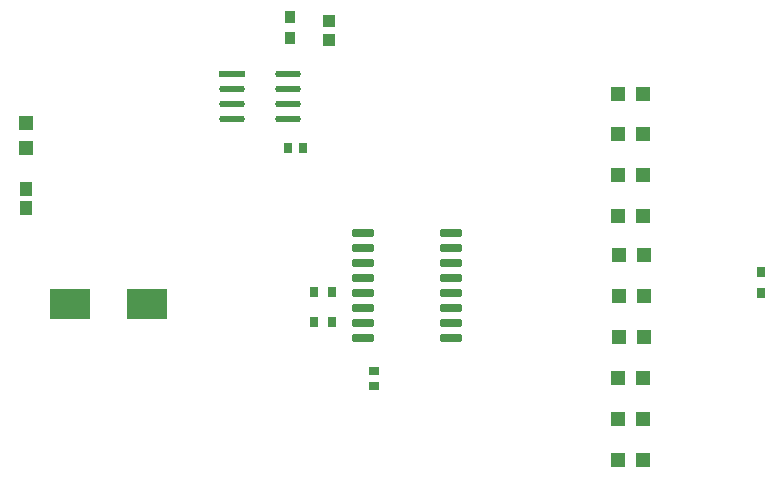
<source format=gtp>
G04*
G04 #@! TF.GenerationSoftware,Altium Limited,Altium Designer,25.8.1 (18)*
G04*
G04 Layer_Color=8421504*
%FSLAX25Y25*%
%MOIN*%
G70*
G04*
G04 #@! TF.SameCoordinates,388448DE-4009-46C6-BC9F-7F365E803C92*
G04*
G04*
G04 #@! TF.FilePolarity,Positive*
G04*
G01*
G75*
%ADD18R,0.03543X0.03150*%
G04:AMPARAMS|DCode=19|XSize=25.59mil|YSize=72.84mil|CornerRadius=1.92mil|HoleSize=0mil|Usage=FLASHONLY|Rotation=270.000|XOffset=0mil|YOffset=0mil|HoleType=Round|Shape=RoundedRectangle|*
%AMROUNDEDRECTD19*
21,1,0.02559,0.06900,0,0,270.0*
21,1,0.02175,0.07284,0,0,270.0*
1,1,0.00384,-0.03450,-0.01088*
1,1,0.00384,-0.03450,0.01088*
1,1,0.00384,0.03450,0.01088*
1,1,0.00384,0.03450,-0.01088*
%
%ADD19ROUNDEDRECTD19*%
%ADD20R,0.04724X0.04724*%
%ADD21R,0.03543X0.03937*%
G04:AMPARAMS|DCode=22|XSize=85.4mil|YSize=22.92mil|CornerRadius=11.46mil|HoleSize=0mil|Usage=FLASHONLY|Rotation=0.000|XOffset=0mil|YOffset=0mil|HoleType=Round|Shape=RoundedRectangle|*
%AMROUNDEDRECTD22*
21,1,0.08540,0.00000,0,0,0.0*
21,1,0.06248,0.02292,0,0,0.0*
1,1,0.02292,0.03124,0.00000*
1,1,0.02292,-0.03124,0.00000*
1,1,0.02292,-0.03124,0.00000*
1,1,0.02292,0.03124,0.00000*
%
%ADD22ROUNDEDRECTD22*%
%ADD23R,0.04166X0.04748*%
%ADD24R,0.03150X0.03543*%
%ADD25R,0.02559X0.03543*%
%ADD26R,0.04724X0.04724*%
%ADD27R,0.13780X0.09843*%
%ADD28R,0.08540X0.02292*%
%ADD29R,0.04182X0.04188*%
D18*
X251000Y140461D02*
D03*
Y135539D02*
D03*
D19*
X276665Y181500D02*
D03*
X247335Y186500D02*
D03*
Y181500D02*
D03*
Y176500D02*
D03*
Y171500D02*
D03*
Y166500D02*
D03*
Y161500D02*
D03*
Y156500D02*
D03*
Y151500D02*
D03*
X276665Y186500D02*
D03*
Y176500D02*
D03*
Y171500D02*
D03*
Y166500D02*
D03*
Y161500D02*
D03*
Y156500D02*
D03*
Y151500D02*
D03*
D20*
X332571Y111000D02*
D03*
Y233000D02*
D03*
Y138186D02*
D03*
X332866Y165528D02*
D03*
X332571Y219407D02*
D03*
X332866Y151936D02*
D03*
X332571Y124593D02*
D03*
Y205815D02*
D03*
X332866Y179121D02*
D03*
X332571Y192222D02*
D03*
X341134Y151936D02*
D03*
Y165528D02*
D03*
Y179121D02*
D03*
X340839Y111000D02*
D03*
Y124593D02*
D03*
Y138186D02*
D03*
Y192222D02*
D03*
Y205815D02*
D03*
Y219407D02*
D03*
Y233000D02*
D03*
D21*
X223000Y251457D02*
D03*
Y258543D02*
D03*
D22*
X222305Y239500D02*
D03*
X203695Y224500D02*
D03*
Y229500D02*
D03*
Y234500D02*
D03*
X222305Y224500D02*
D03*
Y229500D02*
D03*
Y234500D02*
D03*
D23*
X135000Y194846D02*
D03*
Y201154D02*
D03*
D24*
X227461Y215000D02*
D03*
X222539D02*
D03*
X380000Y173346D02*
D03*
Y166654D02*
D03*
D25*
X236953Y167000D02*
D03*
Y157000D02*
D03*
X231047D02*
D03*
Y167000D02*
D03*
D26*
X135000Y214866D02*
D03*
Y223134D02*
D03*
D27*
X175366Y163000D02*
D03*
X149776D02*
D03*
D28*
X203695Y239500D02*
D03*
D29*
X236000Y257265D02*
D03*
Y250735D02*
D03*
M02*

</source>
